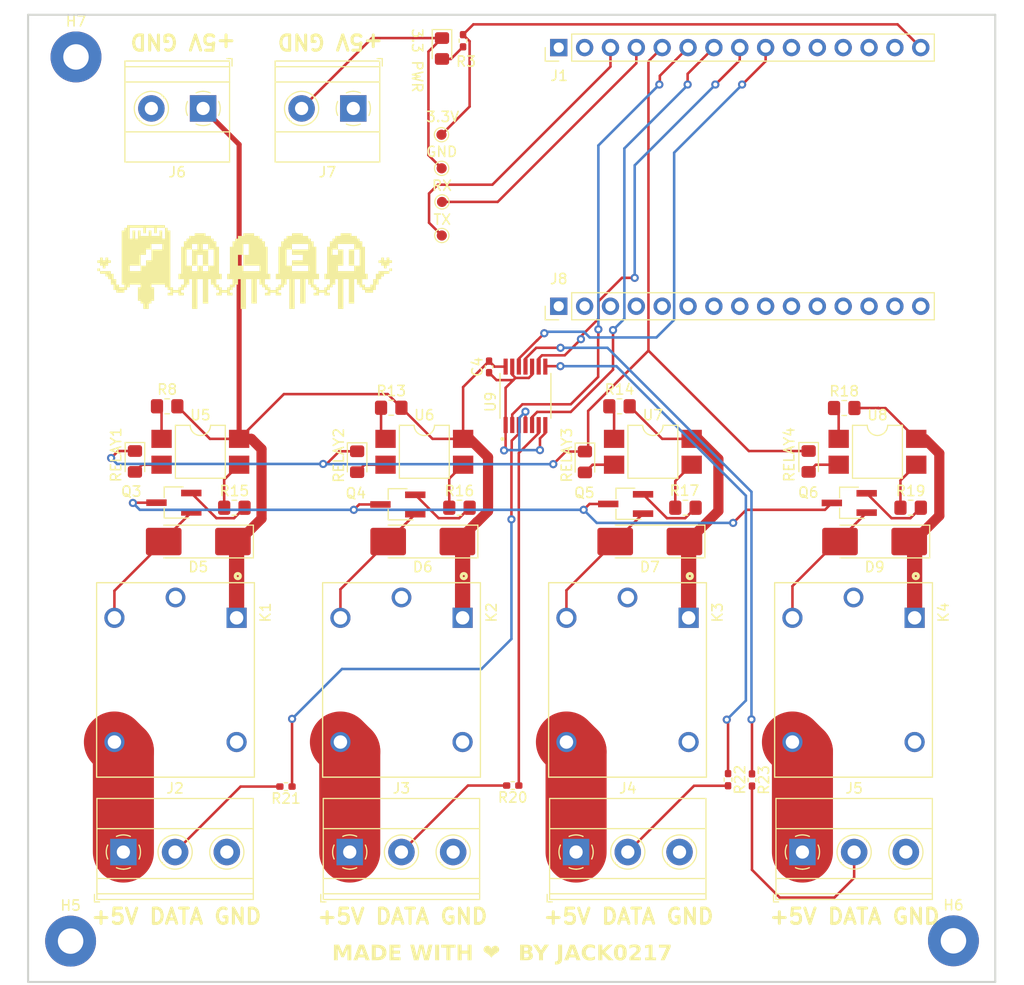
<source format=kicad_pcb>
(kicad_pcb (version 20240108) (generator "pcbnew") (generator_version "8.0")
  (layers (0 "F.Cu" signal) (1 "In1.Cu" power "GND") (2 "In2.Cu" power "PWR") (31 "B.Cu" signal) (34 "B.Paste" user) (35 "F.Paste" user) (36 "B.SilkS" user "B.Silkscreen") (37 "F.SilkS" user "F.Silkscreen") (38 "B.Mask" user) (39 "F.Mask" user) (44 "Edge.Cuts" user))
  (net 0 "")
  (net 1 "GND")
  (net 2 "+5V")
  (net 3 "Net-(U9-GND)")
  (net 5 "+3.3V")
  (net 6 "Net-(3.3V-PWR1-A)")
  (net 8 "Net-(RELAY1-A)")
  (net 9 "Net-(RELAY2-A)")
  (net 10 "Net-(RELAY3-A)")
  (net 11 "Net-(D5-A)")
  (net 12 "Net-(D6-A)")
  (net 13 "Net-(D7-A)")
  (net 14 "Net-(RELAY4-A)")
  (net 15 "Net-(D9-A)")
  (net 16 "/STRIP1_5V")
  (net 17 "/BDATA_STRIP1")
  (net 18 "/STRIP2_5V")
  (net 19 "/BDATA_STRIP2")
  (net 20 "/STRIP3_5V")
  (net 21 "/BDATA_STRIP3")
  (net 22 "/STRIP4_5V")
  (net 23 "/BDATA_STRIP4")
  (net 24 "Net-(Q3-B)")
  (net 25 "Net-(Q4-B)")
  (net 26 "Net-(Q5-B)")
  (net 27 "Net-(Q6-B)")
  (net 28 "Net-(R8-Pad1)")
  (net 29 "Net-(R13-Pad1)")
  (net 30 "Net-(R14-Pad1)")
  (net 31 "Net-(R15-Pad1)")
  (net 32 "Net-(R16-Pad1)")
  (net 33 "Net-(R17-Pad1)")
  (net 34 "Net-(R18-Pad1)")
  (net 35 "Net-(R19-Pad1)")
  (net 36 "Net-(U9-2Y)")
  (net 37 "Net-(U9-1Y)")
  (net 38 "Net-(U9-3Y)")
  (net 39 "Net-(U9-4Y)")
  (net 40 "/STRIP1")
  (net 41 "/STRIP2")
  (net 42 "/STRIP3")
  (net 43 "/STRIP4")
  (net 48 "Net-(J1-Pin_3)")
  (net 49 "Net-(J1-Pin_4)")
  (net 50 "/RELAYS")
  (footprint "LED_SMD:LED_0805_2012Metric_Pad1.15x1.40mm_HandSolder" (layer "F.Cu") (at 69.89 34.4125 -90)
    (property "Reference" "3.3V-PWR1" (hide yes))
    (property "Value" "RED_LED")
  )
  (footprint "Package_TO_SOT_SMD:TSOT-23_HandSoldering" (layer "F.Cu") (at 87.93 79.15 180)
    (property "Reference" "Q5")
    (property "Value" "BC547A")
  )
  (footprint "MountingHole:MountingHole_2.5mm_Pad" (layer "F.Cu") (at 33.41 122.09)
    (property "Reference" "H5")
    (property "Value" "MountingHole_Pad")
  )
  (footprint "Package_TO_SOT_SMD:TSOT-23_HandSoldering" (layer "F.Cu") (at 43.555 79.025 180)
    (property "Reference" "Q3")
    (property "Value" "BC547A")
  )
  (footprint "Resistor_SMD:R_0805_2012Metric_Pad1.20x1.40mm_HandSolder" (layer "F.Cu") (at 64.905 69.7)
    (property "Reference" "R13")
    (property "Value" "1K")
  )
  (footprint "lib:wled-logo" (layer "F.Cu") (at 50.515 55.885)
    (property "Reference" "G***" (hide yes))
    (property "Value" "LOGO" (hide yes))
  )
  (footprint "Package_TO_SOT_SMD:TSOT-23_HandSoldering" (layer "F.Cu") (at 65.555 79.2 180)
    (property "Reference" "Q4")
    (property "Value" "BC547A")
  )
  (footprint "TerminalBlock_Phoenix:TerminalBlock_Phoenix_MKDS-1,5-2-5.08_1x02_P5.08mm_Horizontal" (layer "F.Cu") (at 46.425 40.3 180)
    (property "Reference" "J6")
    (property "Value" "Screw_Terminal_01x02")
  )
  (footprint "Resistor_SMD:R_0402_1005Metric_Pad0.72x0.64mm_HandSolder" (layer "F.Cu") (at 71.96 33.65 -90)
    (property "Reference" "R3")
    (property "Value" "1K")
  )
  (footprint "Diode_SMD:D_MELF_Handsoldering" (layer "F.Cu") (at 68.005 82.84 180)
    (property "Reference" "D6")
    (property "Value" "1N4007")
  )
  (footprint "Resistor_SMD:R_0402_1005Metric_Pad0.72x0.64mm_HandSolder" (layer "F.Cu") (at 97.99 106.2325 -90)
    (property "Reference" "R22")
    (property "Value" "100R")
  )
  (footprint "lib:RELAY_SRD-05VDC-SL-C" (layer "F.Cu") (at 88.115 96.435 -90)
    (property "Reference" "K3")
    (property "Value" "SRD-05VDC-SL-C")
  )
  (footprint "Diode_SMD:D_MELF_Handsoldering" (layer "F.Cu") (at 45.955 82.84 180)
    (property "Reference" "D5")
    (property "Value" "1N4007")
  )
  (footprint "Resistor_SMD:R_0402_1005Metric_Pad0.72x0.64mm_HandSolder" (layer "F.Cu") (at 54.565 106.91 180)
    (property "Reference" "R21")
    (property "Value" "100R")
  )
  (footprint "Package_DIP:SMDIP-4_W7.62mm" (layer "F.Cu") (at 68.155 74.025)
    (property "Reference" "U6")
    (property "Value" "PC817")
  )
  (footprint "TerminalBlock_Phoenix:TerminalBlock_Phoenix_MKDS-1,5-3-5.08_1x03_P5.08mm_Horizontal" (layer "F.Cu") (at 60.828333 113.34)
    (property "Reference" "J3")
    (property "Value" "Screw_Terminal_01x03")
  )
  (footprint "Resistor_SMD:R_0805_2012Metric_Pad1.20x1.40mm_HandSolder" (layer "F.Cu") (at 71.605 79.52)
    (property "Reference" "R16")
    (property "Value" "1K")
  )
  (footprint "LED_SMD:LED_0805_2012Metric_Pad1.15x1.40mm_HandSolder" (layer "F.Cu") (at 105.905 74.975 -90)
    (property "Reference" "RELAY4")
    (property "Value" "RED_LED")
  )
  (footprint "TestPoint:TestPoint_Pad_D1.0mm" (layer "F.Cu") (at 69.856666 46.18)
    (property "Reference" "GND1" (hide yes))
    (property "Value" "TestPoint")
  )
  (footprint "Connector_PinHeader_2.54mm:PinHeader_1x15_P2.54mm_Vertical" (layer "F.Cu") (at 81.36 34.32 90)
    (property "Reference" "J1")
    (property "Value" "Conn_01x15")
  )
  (footprint "Package_TO_SOT_SMD:TSOT-23_HandSoldering" (layer "F.Cu") (at 109.895 79.05 180)
    (property "Reference" "Q6")
    (property "Value" "BC547A")
  )
  (footprint "Connector_PinHeader_2.54mm:PinHeader_1x15_P2.54mm_Vertical" (layer "F.Cu") (at 81.36 59.73 90)
    (property "Reference" "J8")
    (property "Value" "Conn_01x15")
  )
  (footprint "Resistor_SMD:R_0805_2012Metric_Pad1.20x1.40mm_HandSolder" (layer "F.Cu") (at 93.805 79.52)
    (property "Reference" "R17")
    (property "Value" "1K")
  )
  (footprint "lib:RELAY_SRD-05VDC-SL-C" (layer "F.Cu") (at 110.315 96.435 -90)
    (property "Reference" "K4")
    (property "Value" "SRD-05VDC-SL-C")
  )
  (footprint "lib:RELAY_SRD-05VDC-SL-C" (layer "F.Cu") (at 43.715 96.435 -90)
    (property "Reference" "K1")
    (property "Value" "SRD-05VDC-SL-C")
  )
  (footprint "Package_DIP:SMDIP-4_W7.62mm" (layer "F.Cu") (at 46.155 74.025)
    (property "Reference" "U5")
    (property "Value" "PC817")
  )
  (footprint "lib:SOP65P640X120-14N" (layer "F.Cu") (at 78.09 68.53 90)
    (property "Reference" "U9")
    (property "Value" "SN74AHCT125PWR")
  )
  (footprint "TerminalBlock_Phoenix:TerminalBlock_Phoenix_MKDS-1,5-3-5.08_1x03_P5.08mm_Horizontal" (layer "F.Cu") (at 83.061666 113.34)
    (property "Reference" "J4")
    (property "Value" "Screw_Terminal_01x03")
  )
  (footprint "TerminalBlock_Phoenix:TerminalBlock_Phoenix_MKDS-1,5-2-5.08_1x02_P5.08mm_Horizontal" (layer "F.Cu") (at 61.18 40.3 180)
    (property "Reference" "J7")
    (property "Value" "Screw_Terminal_01x02")
  )
  (footprint "TerminalBlock_Phoenix:TerminalBlock_Phoenix_MKDS-1,5-3-5.08_1x03_P5.08mm_Horizontal" (layer "F.Cu") (at 105.295 113.34)
    (property "Reference" "J5")
    (property "Value" "Screw_Terminal_01x03")
  )
  (footprint "Diode_SMD:D_MELF_Handsoldering" (layer "F.Cu") (at 90.305 82.84 180)
    (property "Reference" "D7")
    (property "Value" "1N4007")
  )
  (footprint "LED_SMD:LED_0805_2012Metric_Pad1.15x1.40mm_HandSolder" (layer "F.Cu") (at 61.555 75 -90)
    (property "Reference" "RELAY2")
    (property "Value" "RED_LED")
  )
  (footprint "Resistor_SMD:R_0805_2012Metric_Pad1.20x1.40mm_HandSolder" (layer "F.Cu") (at 42.895 69.555)
    (property "Reference" "R8")
    (property "Value" "1K")
  )
  (footprint "Resistor_SMD:R_0805_2012Metric_Pad1.20x1.40mm_HandSolder" (layer "F.Cu") (at 49.495 79.52)
    (property "Reference" "R15")
    (property "Value" "1K")
  )
  (footprint "lib:RELAY_SRD-05VDC-SL-C" (layer "F.Cu") (at 65.915 96.435 -90)
    (property "Reference" "K2")
    (property "Value" "SRD-05VDC-SL-C")
  )
  (footprint "Package_DIP:SMDIP-4_W7.62mm" (layer "F.Cu") (at 90.605 74.025)
    (property "Reference" "U7")
    (property "Value" "PC817")
  )
  (footprint "TerminalBlock_Phoenix:TerminalBlock_Phoenix_MKDS-1,5-3-5.08_1x03_P5.08mm_Horizontal" (layer "F.Cu") (at 38.595 113.34)
    (property "Reference" "J2")
    (property "Value" "Screw_Terminal_01x03")
  )
  (footprint "Resistor_SMD:R_0402_1005Metric_Pad0.72x0.64mm_HandSolder" (layer "F.Cu") (at 76.84 106.81 180)
    (property "Reference" "R20")
    (property "Value" "100R")
  )
  (footprint "Package_DIP:SMDIP-4_W7.62mm" (layer "F.Cu") (at 112.665 74.025)
    (property "Reference" "U8")
    (property "Value" "PC817")
  )
  (footprint "LED_SMD:LED_0805_2012Metric_Pad1.15x1.40mm_HandSolder" (layer "F.Cu") (at 83.93 75.025 -90)
    (property "Reference" "RELAY3")
    (property "Value" "RED_LED")
  )
  (footprint "Resistor_SMD:R_0805_2012Metric_Pad1.20x1.40mm_HandSolder" (layer "F.Cu") (at 87.325 69.555)
    (property "Reference" "R14")
    (property "Value" "1K")
  )
  (footprint "Resistor_SMD:R_0805_2012Metric_Pad1.20x1.40mm_HandSolder" (layer "F.Cu") (at 115.925 79.52)
    (property "Reference" "R19")
    (property "Value" "1K")
  )
  (footprint "Diode_SMD:D_MELF_Handsoldering" (layer "F.Cu") (at 112.385 82.84 180)
    (property "Reference" "D9")
    (property "Value" "1N4007")
  )
  (footprint "LED_SMD:LED_0805_2012Metric_Pad1.15x1.40mm_HandSolder" (layer "F.Cu") (at 39.73 74.975 -90)
    (property "Reference" "RELAY1")
    (property "Value" "RED_LED")
  )
  (footprint "Capacitor_SMD:C_0402_1005Metric_Pad0.74x0.62mm_HandSolder" (layer "F.Cu") (at 74.515 65.685 90)
    (property "Reference" "C4")
    (property "Value" "100nF")
  )
  (footprint "Resistor_SMD:R_0402_1005Metric_Pad0.72x0.64mm_HandSolder" (layer "F.Cu") (at 100.34 106.26 -90)
    (property "Reference" "R23")
    (property "Value" "100R")
  )
  (footprint "Resistor_SMD:R_0805_2012Metric_Pad1.20x1.40mm_HandSolder" (layer "F.Cu") (at 109.4 69.725)
    (property "Reference" "R18")
    (property "Value" "1K")
  )
  (footprint "MountingHole:MountingHole_2.5mm_Pad" (layer "F.Cu") (at 33.94 35.24)
    (property "Reference" "H7")
    (property "Value" "MountingHole_Pad")
  )
  (footprint "TestPoint:TestPoint_Pad_D1.0mm" (layer "F.Cu") (at 69.889998 49.48)
    (property "Reference" "RX1" (hide yes))
    (property "Value" "TestPoint")
  )
  (footprint "TestPoint:TestPoint_Pad_D1.0mm" (layer "F.Cu") (at 69.84 42.88)
    (property "Reference" "3.3V1" (hide yes))
    (property "Value" "TestPoint")
  )
  (footprint "MountingHole:MountingHole_2.5mm_Pad" (layer "F.Cu") (at 120.13 122.06)
    (property "Reference" "H6")
    (property "Value" "MountingHole_Pad")
  )
  (footprint "TestPoint:TestPoint_Pad_D1.0mm" (layer "F.Cu") (at 69.873332 52.78)
    (property "Reference" "TX1" (hide yes))
    (property "Value" "TestPoint")
  )
  (gr_line (start 29.235 31.1) (end 124.235 31.1) (stroke (width 0.2)) (layer "Edge.Cuts"))
  (gr_line (start 29.235 31.1) (end 29.235 126.1) (stroke (width 0.2)) (layer "Edge.Cuts"))
  (gr_line (start 124.235 126.1) (end 29.235 126.1) (stroke (width 0.2)) (layer "Edge.Cuts"))
  (gr_line (start 124.235 31.1) (end 124.235 126.1) (stroke (width 0.2)) (layer "Edge.Cuts"))
  (gr_text "❤️" (at 73.8615 124.15 0) (layer "F.SilkS") (effects (font (size 1.5 1.5) (thickness 0.3) (bold yes)) (justify left bottom)))
  (gr_text "+5V DATA GND" (at 35.275 120.545 0) (layer "F.SilkS") (effects (font (size 1.5 1.5) (thickness 0.3) (bold yes)) (justify left bottom)))
  (gr_text "3.3 PWR" (at 66.87 32.35 270) (layer "F.SilkS") (effects (font (size 1 1)) (justify left bottom)))
  (gr_text "+5V GND" (at 64.265 32.88 180) (layer "F.SilkS") (effects (font (size 1.5 1.5) (thickness 0.3) (bold yes)) (justify left bottom)))
  (gr_text "RX" (at 68.81 48.47 0) (layer "F.SilkS") (effects (font (size 1 1)) (justify left bottom)))
  (gr_text "+5V GND" (at 49.805 32.88 180) (layer "F.SilkS") (effects (font (size 1.5 1.5) (thickness 0.3) (bold yes)) (justify left bottom)))
  (gr_text "GND" (at 68.24 45.14 0) (layer "F.SilkS") (effects (font (size 1 1)) (justify left bottom)))
  (gr_text "+5V DATA GND" (at 79.695 120.545 0) (layer "F.SilkS") (effects (font (size 1.5 1.5) (thickness 0.3) (bold yes)) (justify left bottom)))
  (gr_text "+5V DATA GND" (at 101.905 120.545 0) (layer "F.SilkS") (effects (font (size 1.5 1.5) (thickness 0.3) (bold yes)) (justify left bottom)))
  (gr_text "TX" (at 68.96 51.8 0) (layer "F.SilkS") (effects (font (size 1 1)) (justify left bottom)))
  (gr_text "MADE WITH      BY JACK0217" (at 59.0865 124.225 0) (layer "F.SilkS") (effects (font (size 1.5 1.5) (thickness 0.3) (bold yes)) (justify left bottom)))
  (gr_text "+5V DATA GND" (at 57.485 120.545 0) (layer "F.SilkS") (effects (font (size 1.5 1.5) (thickness 0.3) (bold yes)) (justify left bottom)))
  (gr_text "3.3V" (at 68.23 41.71 0) (layer "F.SilkS") (effects (font (size 1 1)) (justify left bottom)))
  (segment (start 61.755 79.2) (end 63.845 79.2) (width 0.25) (layer "F.Cu") (net 1))
  (segment (start 41.845 79.025) (end 39.555 79.025) (width 0.25) (layer "F.Cu") (net 1))
  (segment (start 107.51 79.725) (end 108.185 79.05) (width 0.25) (layer "F.Cu") (net 1))
  (segment (start 61.23 79.725) (end 61.755 79.2) (width 0.25) (layer "F.Cu") (net 1))
  (segment (start 68.56 44.883334) (end 69.856666 46.18) (width 0.25) (layer "F.Cu") (net 1))
  (segment (start 84.38 79.15) (end 86.22 79.15) (width 0.25) (layer "F.Cu") (net 1))
  (segment (start 63.0125 33.3875) (end 69.89 33.3875) (width 0.25) (layer "F.Cu") (net 1))
  (segment (start 98.49 81.01) (end 99.775 79.725) (width 0.25) (layer "F.Cu") (net 1))
  (segment (start 69.89 33.3875) (end 68.56 34.7175) (width 0.25) (layer "F.Cu") (net 1))
  (segment (start 83.805 79.725) (end 84.38 79.15) (width 0.25) (layer "F.Cu") (net 1))
  (segment (start 63.0125 33.3875) (end 56.1 40.3) (width 0.25) (layer "F.Cu") (net 1))
  (segment (start 68.56 34.7175) (end 68.56 44.883334) (width 0.25) (layer "F.Cu") (net 1))
  (segment (start 99.775 79.725) (end 107.51 79.725) (width 0.25) (layer "F.Cu") (net 1))
  (segment (start 39.555 79.025) (end 39.53 79.05) (width 0.25) (layer "F.Cu") (net 1))
  (via (at 39.53 79.05) (size 0.8) (drill 0.4) (layers "F.Cu" "B.Cu") (net 1))
  (via (at 61.23 79.725) (size 0.8) (drill 0.4) (layers "F.Cu" "B.Cu") (net 1))
  (via (at 98.49 81.01) (size 0.8) (drill 0.4) (layers "F.Cu" "B.Cu") (net 1))
  (via (at 83.805 79.725) (size 0.8) (drill 0.4) (layers "F.Cu" "B.Cu") (net 1))
  (segment (start 98.49 81.01) (end 85.09 81.01) (width 0.25) (layer "B.Cu") (net 1))
  (segment (start 40.205 79.725) (end 61.23 79.725) (width 0.25) (layer "B.Cu") (net 1))
  (segment (start 61.23 79.725) (end 83.805 79.725) (width 0.25) (layer "B.Cu") (net 1))
  (segment (start 39.53 79.05) (end 40.205 79.725) (width 0.25) (layer "B.Cu") (net 1))
  (segment (start 85.09 81.01) (end 83.805 79.725) (width 0.25) (layer "B.Cu") (net 1))
  (segment (start 97.04 79.835) (end 97.04 74.735) (width 1) (layer "F.Cu") (net 2))
  (segment (start 71.405 82.84) (end 73.325 80.92) (width 1) (layer "F.Cu") (net 2))
  (segment (start 113.455 69.735) (end 112.765 69.735) (width 0.25) (layer "F.Cu") (net 2))
  (segment (start 95.06 72.755) (end 94.415 72.755) (width 0.25) (layer "F.Cu") (net 2))
  (segment (start 94.115 90.335) (end 94.115 83.25) (width 1.5) (layer "F.Cu") (net 2))
  (segment (start 71.965 72.755) (end 68.96 72.755) (width 0.25) (layer "F.Cu") (net 2))
  (segment (start 71.965 67.6675) (end 74.515 65.1175) (width 0.25) (layer "F.Cu") (net 2))
  (segment (start 74.415 79.86043) (end 74.415 74.56) (width 1) (layer "F.Cu") (net 2))
  (segment (start 91.525 72.755) (end 88.325 69.555) (width 0.25) (layer "F.Cu") (net 2))
  (segment (start 49.355 82.84) (end 49.91 82.84) (width 1) (layer "F.Cu") (net 2))
  (segment (start 116.315 90.335) (end 116.315 83.37) (width 1.5) (layer "F.Cu") (net 2))
  (segment (start 75.0575 65.66) (end 74.515 65.1175) (width 0.25) (layer "F.Cu") (net 2))
  (segment (start 94.115 83.25) (end 93.705 82.84) (width 0.25) (layer "F.Cu") (net 2))
  (segment (start 68.96 72.755) (end 65.905 69.7) (width 0.25) (layer "F.Cu") (net 2))
  (segment (start 112.765 69.735) (end 112.755 69.725) (width 0.25) (layer "F.Cu") (net 2))
  (segment (start 54.36 68.36) (end 49.965 72.755) (width 0.25) (layer "F.Cu") (net 2))
  (segment (start 49.91 82.84) (end 52.165 80.585) (width 1) (layer "F.Cu") (net 2))
  (segment (start 117.31 72.755) (end 118.74 74.185) (width 1) (layer "F.Cu") (net 2))
  (segment (start 112.755 69.725) (end 110.4 69.725) (width 0.25) (layer "F.Cu") (net 2))
  (segment (start 52.165 80.585) (end 52.165 73.76) (width 1) (layer "F.Cu") (net 2))
  (segment (start 74.415 74.56) (end 72.61 72.755) (width 1) (layer "F.Cu") (net 2))
  (segment (start 49.715 90.335) (end 49.715 83.2) (width 1.5) (layer "F.Cu") (net 2))
  (segment (start 116.475 72.755) (end 117.31 72.755) (width 0.25) (layer "F.Cu") (net 2))
  (segment (start 64.565 68.36) (end 54.36 68.36) (width 0.25) (layer "F.Cu") (net 2))
  (segment (start 49.965 72.755) (end 47.095 72.755) (width 0.25) (layer "F.Cu") (net 2))
  (segment (start 71.965 72.755) (end 71.965 67.6675) (width 0.25) (layer "F.Cu") (net 2))
  (segment (start 116.21 82.84) (end 115.785 82.84) (width 0.25) (layer "F.Cu") (net 2))
  (segment (start 116.315 83.37) (end 115.785 82.84) (width 0.25) (layer "F.Cu") (net 2))
  (segment (start 52.165 73.76) (end 51.16 72.755) (width 1) (layer "F.Cu") (net 2))
  (segment (start 94.415 72.755) (end 91.525 72.755) (width 0.25) (layer "F.Cu") (net 2))
  (segment (start 97.04 74.735) (end 95.06 72.755) (width 1) (layer "F.Cu") (net 2))
  (segment (start 73.35543 80.92) (end 74.415 79.86043) (width 1) (layer "F.Cu") (net 2))
  (segment (start 71.915 83.35) (end 71.405 82.84) (width 0.25) (layer "F.Cu") (net 2))
  (segment (start 76.14 65.66) (end 75.0575 65.66) (width 0.25) (layer "F.Cu") (net 2))
  (segment (start 116.475 72.755) (end 113.455 69.735) (width 0.25) (layer "F.Cu") (net 2))
  (segment (start 49.965 72.755) (end 49.965 43.84) (width 0.5) (layer "F.Cu") (net 2))
  (segment (start 73.325 80.92) (end 73.35543 80.92) (width 1) (layer "F.Cu") (net 2))
  (segment (start 47.095 72.755) (end 43.895 69.555) (width 0.25) (layer "F.Cu") (net 2))
  (segment (start 118.74 74.185) (end 118.74 80.31) (width 1) (layer "F.Cu") (net 2))
  (segment (start 49.715 83.2) (end 49.355 82.84) (width 0.25) (layer "F.Cu") (net 2))
  (segment (start 51.16 72.755) (end 49.965 72.755) (width 1) (layer "F.Cu") (net 2))
  (segment (start 118.74 80.31) (end 116.21 82.84) (width 1) (layer "F.Cu") (net 2))
  (segment (start 94.035 82.84) (end 97.04 79.835) (width 1) (layer "F.Cu") (net 2))
  (segment (start 49.965 43.84) (end 46.425 40.3) (width 0.5) (layer "F.Cu") (net 2))
  (segment (start 72.61 72.755) (end 71.965 72.755) (width 1) (layer "F.Cu") (net 2))
  (segment (start 93.705 82.84) (end 94.035 82.84) (width 0.25) (layer "F.Cu") (net 2))
  (segment (start 65.905 69.7) (end 64.565 68.36) (width 0.25) (layer "F.Cu") (net 2))
  (segment (start 71.915 90.335) (end 71.915 83.35) (width 1.5) (layer "F.Cu") (net 2))
  (segment (start 76.79 66.44818) (end 77.11182 66.77) (width 0.25) (layer "F.Cu") (net 3))
  (segment (start 79.515 72.71318) (end 79.515 73.86) (width 0.25) (layer "F.Cu") (net 3))
  (segment (start 75.2475 66.985) (end 74.515 66.2525) (width 0.25) (layer "F.Cu") (net 3))
  (segment (start 78.09 71.4) (end 78.09 70.085) (width 0.25) (layer "F.Cu") (net 3))
  (segment (start 76.79 65.66) (end 76.79 66.44818) (width 0.25) (layer "F.Cu") (net 3))
  (segment (start 80.04 71.4) (end 80.04 72.18818) (width 0.25) (layer "F.Cu") (net 3))
  (segment (start 76.14 67.74182) (end 76.89682 66.985) (width 0.25) (layer "F.Cu") (net 3))
  (segment (start 77.11182 66.77) (end 78.41818 66.77) (width 0.25) (layer "F.Cu") (net 3))
  (segment (start 78.74 66.44818) (end 78.74 65.66) (width 0.25) (layer "F.Cu") (net 3))
  (segment (start 77.11182 66.77) (end 76.89682 66.985) (width 0.25) (layer "F.Cu") (net 3))
  (segment (start 80.04 72.18818) (end 79.515 72.71318) (width 0.25) (layer "F.Cu") (net 3))
  (segment (start 78.41818 66.77) (end 78.74 66.44818) (width 0.25) (layer "F.Cu") (net 3))
  (segment (start 76.14 71.4) (end 76.14 67.74182) (width 0.25) (layer "F.Cu") (net 3))
  (segment (start 76.14 73.73711) (end 76.14 71.4) (width 0.25) (layer "F.Cu") (net 3))
  (segment (start 76.89682 66.985) (end 75.2475 66.985) (width 0.25) (layer "F.Cu") (net 3))
  (segment (start 76.14 70.61182) (end 76.14 71.4) (width 0.25) (layer "F.Cu") (net 3))
  (segment (start 75.9875 73.88961) (end 76.14 73.73711) (width 0.25) (layer "F.Cu") (net 3))
  (via (at 78.09 70.085) (size 0.8) (drill 0.4) (layers "F.Cu" "B.Cu") (net 3))
  (via (at 75.9875 73.88961) (size 0.8) (drill 0.4) (layers "F.Cu" "B.Cu") (net 3))
  (via (at 79.515 73.86) (size 0.8) (drill 0.4) (layers "F.Cu" "B.Cu") (net 3))
  (segment (start 77.49 70.685) (end 77.49 73.86) (width 0.25) (layer "B.Cu") (net 3))
  (segment (start 76.01711 73.86) (end 75.9875 73.88961) (width 0.25) (layer "B.Cu") (net 3))
  (segment (start 79.515 73.86) (end 77.49 73.86) (width 0.25) (layer "B.Cu") (net 3))
  (segment (start 77.49 73.86) (end 76.01711 73.86) (width 0.25) (layer "B.Cu") (net 3))
  (segment (start 78.09 70.085) (end 77.49 70.685) (width 0.25) (layer "B.Cu") (net 3))
  (segment (start 71.96 33.0525) (end 72.605 33.6975) (width 0.25) (layer "F.Cu") (net 5))
  (segment (start 72.9725 32.04) (end 71.96 33.0525) (width 0.25) (layer "F.Cu") (net 5))
  (segment (start 116.92 34.32) (end 114.64 32.04) (width 0.25) (layer "F.Cu") (net 5))
  (segment (start 114.64 32.04) (end 72.9725 32.04) (width 0.25) (layer "F.Cu") (net 5))
  (segment (start 72.605 33.6975) (end 72.605 40.115) (width 0.25) (layer "F.Cu") (net 5))
  (segment (start 72.605 40.115) (end 69.84 42.88) (width 0.25) (layer "F.Cu") (net 5))
  (segment (start 70.77 35.4375) (end 71.96 34.2475) (width 0.25) (layer "F.Cu") (net 6))
  (segment (start 69.89 35.4375) (end 70.77 35.4375) (width 0.25) (layer "F.Cu") (net 6))
  (segment (start 40.435 75.295) (end 39.73 76) (width 0.25) (layer "F.Cu") (net 8))
  (segment (start 42.345 75.295) (end 40.435 75.295) (width 0.25) (layer "F.Cu") (net 8))
  (segment (start 64.345 75.295) (end 62.285 75.295) (width 0.25) (layer "F.Cu") (net 9))
  (segment (start 62.285 75.295) (end 61.555 76.025) (width 0.25) (layer "F.Cu") (net 9))
  (segment (start 86.795 75.295) (end 84.685 75.295) (width 0.25) (layer "F.Cu") (net 10))
  (segment (start 84.685 75.295) (end 83.93 76.05) (width 0.25) (layer "F.Cu") (net 10))
  (segment (start 37.715 87.68) (end 42.555 82.84) (width 0.25) (layer "F.Cu") (net 11))
  (segment (start 37.715 90.335) (end 37.715 87.68) (width 0.25) (layer "F.Cu") (net 11))
  (segment (start 42.555 82.84) (end 42.555 82.685) (width 0.25) (layer "F.Cu") (net 11))
  (segment (start 42.555 82.685) (end 45.265 79.975) (width 0.25) (layer "F.Cu") (net 11))
  (segment (start 64.605 82.81) (end 67.265 80.15) (width 0.25) (layer "F.Cu") (net 12))
  (segment (start 64.605 82.84) (end 64.605 82.81) (width 0.25) (layer "F.Cu") (net 12))
  (segment (start 59.915 90.335) (end 59.915 87.53) (width 0.25) (layer "F.Cu") (net 12))
  (segment (start 59.915 87.53) (end 64.605 82.84) (width 0.25) (layer "F.Cu") (net 12))
  (segment (start 82.115 90.335) (end 82.115 87.63) (width 0.25) (layer "F.Cu") (net 13))
  (segment (start 82.115 87.63) (end 86.905 82.84) (width 0.25) (layer "F.Cu") (net 13))
  (segment (start 86.905 82.84) (end 86.905 82.835) (width 0.25) (layer "F.Cu") (net 13))
  (segment (start 86.905 82.835) (end 89.64 80.1) (width 0.25) (layer "F.Cu") (net 13))
  (segment (start 106.61 75.295) (end 105.905 76) (width 0.25) (layer "F.Cu") (net 14))
  (segment (start 108.855 75.295) (end 106.61 75.295) (width 0.25) (layer "F.Cu") (net 14))
  (segment (start 104.315 87.215) (end 108.69 82.84) (width 0.25) (layer "F.Cu") (net 15))
  (segment (start 108.69 82.84) (end 108.985 82.84) (width 0.25) (layer "F.Cu") (net 15))
  (segment (start 104.315 90.335) (end 104.315 87.215) (width 0.25) (layer "F.Cu") (net 15))
  (segment (start 108.985 82.62) (end 111.605 80) (width 0.25) (layer "F.Cu") (net 15))
  (segment (start 108.985 82.84) (end 108.985 82.62) (width 0.25) (layer "F.Cu") (net 15))
  (segment (start 38.595 103.415) (end 37.715 102.535) (width 6) (layer "F.Cu") (net 16))
  (segment (start 38.595 113.34) (end 38.595 103.415) (width 6) (layer "F.Cu") (net 16))
  (segment (start 50.105 106.91) (end 53.9675 106.91) (width 0.25) (layer "F.Cu") (net 17))
  (segment (start 43.675 113.34) (end 50.105 106.91) (width 0.25) (layer "F.Cu") (net 17))
  (segment (start 60.828333 113.34) (end 60.828333 103.448333) (width 6) (layer "F.Cu") (net 18))
  (segment (start 60.828333 103.448333) (end 59.915 102.535) (width 6) (layer "F.Cu") (net 18))
  (segment (start 72.438333 106.81) (end 65.908333 113.34) (width 0.25) (layer "F.Cu") (net 19))
  (segment (start 76.2425 106.81) (end 72.438333 106.81) (width 0.25) (layer "F.Cu") (net 19))
  (segment (start 83.061666 103.481666) (end 82.115 102.535) (width 6) (layer "F.Cu") (net 20))
  (segment (start 83.061666 113.34) (end 83.061666 103.481666) (width 6) (layer "F.Cu") (net 20))
  (segment (start 88.141666 113.34) (end 94.651666 106.83) (width 0.25) (layer "F.Cu") (net 21))
  (segment (start 94.651666 106.83) (end 97.99 106.83) (width 0.25) (layer "F.Cu") (net 21))
  (segment (start 105.295 103.515) (end 104.315 102.535) (width 6) (layer "F.Cu") (net 22))
  (segment (start 105.295 113.34) (end 105.295 103.515) (width 6) (layer "F.Cu") (net 22))
  (segment (start 110.375 115.875) (end 108.44 117.81) (width 0.25) (layer "F.Cu") (net 23))
  (segment (start 108.44 117.81) (end 103.065 117.81) (width 0.25) (layer "F.Cu") (net 23))
  (segment (start 110.375 113.34) (end 110.375 115.875) (width 0.25) (layer "F.Cu") (net 23))
  (segment (start 103.065 117.81) (end 100.34 115.085) (width 0.25) (layer "F.Cu") (net 23))
  (segment (start 100.34 115.085) (end 100.34 106.8575) (width 0.25) (layer "F.Cu") (net 23))
  (segment (start 50.495 79.52) (end 49.47 80.545) (width 0.25) (layer "F.Cu") (net 24))
  (segment (start 49.47 80.545) (end 47.735 80.545) (width 0.25) (layer "F.Cu") (net 24))
  (segment (start 47.735 80.545) (end 45.265 78.075) (width 0.25) (layer "F.Cu") (net 24))
  (segment (start 71.58 80.545) (end 69.56 80.545) (width 0.25) (layer "F.Cu") (net 25))
  (segment (start 72.605 79.52) (end 71.58 80.545) (width 0.25) (layer "F.Cu") (net 25))
  (segment (start 69.56 80.545) (end 67.265 78.25) (width 0.25) (layer "F.Cu") (net 25))
  (segment (start 91.985 80.545) (end 93.78 80.545) (width 0.25) (layer "F.Cu") (net 26))
  (segment (start 93.78 80.545) (end 94.805 79.52) (width 0.25) (layer "F.Cu") (net 26))
  (segment (start 89.64 78.2) (end 91.985 80.545) (width 0.25) (layer "F.Cu") (net 26))
  (segment (start 115.9 80.545) (end 114.05 80.545) (width 0.25) (layer "F.Cu") (net 27))
  (segment (start 116.925 79.52) (end 115.9 80.545) (width 0.25) (layer "F.Cu") (net 27))
  (segment (start 114.05 80.545) (end 111.605 78.1) (width 0.25) (layer "F.Cu") (net 27))
  (segment (start 42.345 72.755) (end 42.345 70.005) (width 0.25) (layer "F.Cu") (net 28))
  (segment (start 42.345 70.005) (end 41.895 69.555) (width 0.25) (layer "F.Cu") (net 28))
  (segment (start 63.905 72.315) (end 64.345 72.755) (width 0.25) (layer "F.Cu") (net 29))
  (segment (start 63.905 69.7) (end 63.905 72.315) (width 0.25) (layer "F.Cu") (net 29))
  (segment (start 86.795 72.755) (end 86.795 70.025) (width 0.25) (layer "F.Cu") (net 30))
  (segment (start 86.795 70.025) (end 86.325 69.555) (width 0.25) (layer "F.Cu") (net 30))
  (segment (start 48.495 76.765) (end 49.965 75.295) (width 0.25) (layer "F.Cu") (net 31))
  (segment (start 48.495 79.52) (end 48.495 76.765) (width 0.25) (layer "F.Cu") (net 31))
  (segment (start 70.605 76.655) (end 71.965 75.295) (width 0.25) (layer "F.Cu") (net 32))
  (segment (start 70.605 79.52) (end 70.605 76.655) (width 0.25) (layer "F.Cu") (net 32))
  (segment (start 92.805 76.905) (end 94.415 75.295) (width 0.25) (layer "F.Cu") (net 33))
  (segment (start 92.805 79.52) (end 92.805 76.905) (width 0.25) (layer "F.Cu") (net 33))
  (segment (start 108.405 72.305) (end 108.855 72.755) (width 0.25) (layer "F.Cu") (net 34))
  (segment (start 108.855 72.755) (end 108.855 70.18) (width 0.25) (layer "F.Cu") (net 34))
  (segment (start 108.855 70.18) (end 108.4 69.725) (width 0.25) (layer "F.Cu") (net 34))
  (segment (start 114.925 76.845) (end 116.475 75.295) (width 0.25) (layer "F.Cu") (net 35))
  (segment (start 114.925 79.52) (end 114.925 76.845) (width 0.25) (layer "F.Cu") (net 35))
  (segment (start 79.39 72.18818) (end 79.39 71.4) (width 0.25) (layer "F.Cu") (net 36))
  (segment (start 77.4375 106.81) (end 77.4375 74.14068) (width 0.25) (layer "F.Cu") (net 36))
  (segment (start 77.4375 74.14068) (end 79.39 72.18818) (width 0.25) (layer "F.Cu") (net 36))
  (segment (start 76.74 72.935) (end 76.74 73.735) (width 0.25) (layer "F.Cu") (net 37))
  (segment (start 76.7125 73.7625) (end 76.7125 80.66) (width 0.25) (layer "F.Cu") (net 37))
  (segment (start 55.1625 100.2625) (end 55.1625 106.91) (width 0.25) (layer "F.Cu") (net 37))
  (segment (start 76.74 73.735) (end 76.7125 73.7625) (width 0.25) (layer "F.Cu") (net 37))
  (segment (start 77.44 71.4) (end 77.44 72.235) (width 0.25) (layer "F.Cu") (net 37))
  (segment (start 55.165 100.26) (end 55.1625 100.2625) (width 0.25) (layer "F.Cu") (net 37))
  (segment (start 77.44 72.235) (end 76.74 72.935) (width 0.25) (layer "F.Cu") (net 37))
  (via (at 76.7125 80.66) (size 0.8) (drill 0.4) (layers "F.Cu" "B.Cu") (net 37))
  (via (at 55.165 100.26) (size 0.8) (drill 0.4) (layers "F.Cu" "B.Cu") (net 37))
  (segment (start 73.765 95.36) (end 76.7125 92.4125) (width 0.25) (layer "B.Cu") (net 37))
  (segment (start 60.065 95.36) (end 55.165 100.26) (width 0.25) (layer "B.Cu") (net 37))
  (segment (start 73.765 95.36) (end 60.065 95.36) (width 0.25) (layer "B.Cu") (net 37))
  (segment (start 76.7125 92.4125) (end 76.7125 80.66) (width 0.25) (layer "B.Cu") (net 37))
  (segment (start 81.525 65.615) (end 80.085 65.615) (width 0.25) (layer "F.Cu") (net 38))
  (segment (start 97.865 100.335) (end 97.99 100.46) (width 0.25) (layer "F.Cu") (net 38))
  (segment (start 97.99 100.46) (end 97.99 105.635) (width 0.25) (layer "F.Cu") (net 38))
  (segment (start 80.085 65.615) (end 80.04 65.66) (width 0.25) (layer "F.Cu") (net 38))
  (via (at 97.865 100.335) (size 0.8) (drill 0.4) (layers "F.Cu" "B.Cu") (net 38))
  (via (at 81.525 65.615) (size 0.8) (drill 0.4) (layers "F.Cu" "B.Cu") (net 38))
  (segment (start 99.74 98.46) (end 97.865 100.335) (width 0.25) (layer "B.Cu") (net 38))
  (segment (start 81.525 65.615) (end 87.02 65.615) (width 0.25) (layer "B.Cu") (net 38))
  (segment (start 99.74 78.335) (end 99.74 98.46) (width 0.25) (layer "B.Cu") (net 38))
  (segment (start 87.02 65.615) (end 99.74 78.335) (width 0.25) (layer "B.Cu") (net 38))
  (segment (start 100.34 100.36) (end 100.34 105.6625) (width 0.25) (layer "F.Cu") (net 39))
  (segment (start 78.09 64.87182) (end 78.09 65.66) (width 0.25) (layer "F.Cu") (net 39))
  (segment (start 100.29 100.31) (end 100.34 100.36) (width 0.25) (layer "F.Cu") (net 39))
  (segment (start 81.535 63.81) (end 79.15182 63.81) (width 0.25) (layer "F.Cu") (net 39))
  (segment (start 79.15182 63.81) (end 78.09 64.87182) (width 0.25) (layer "F.Cu") (net 39))
  (via (at 100.29 100.31) (size 0.8) (drill 0.4) (layers "F.Cu" "B.Cu") (net 39))
  (via (at 81.535 63.81) (size 0.8) (drill 0.4) (layers "F.Cu" "B.Cu") (net 39))
  (segment (start 100.29 77.96) (end 100.29 100.31) (width 0.25) (layer "B.Cu") (net 39))
  (segment (start 81.535 63.81) (end 86.14 63.81) (width 0.25) (layer "B.Cu") (net 39))
  (segment (start 86.14 63.81) (end 100.29 77.96) (width 0.25) (layer "B.Cu") (net 39))
  (segment (start 85.23 62.9) (end 85.23 62.78) (width 0.25) (layer "F.Cu") (net 40))
  (segment (start 76.79 71.4) (end 76.79 70.359695) (width 0.25) (layer "F.Cu") (net 40))
  (segment (start 76.79 70.359695) (end 77.789695 69.36) (width 0.25) (layer "F.Cu") (net 40))
  (segment (start 85.23 66.67) (end 85.23 62.9) (width 0.25) (layer "F.Cu") (net 40))
  (segment (start 85.25 62) (end 85.25 62.88) (width 0.25) (layer "F.Cu") (net 40))
  (segment (start 91.29 37.09) (end 91.29 37.95) (width 0.25) (layer "F.Cu") (net 40))
  (segment (start 94.06 34.32) (end 91.29 37.09) (width 0.25) (layer "F.Cu") (net 40))
  (segment (start 77.789695 69.36) (end 82.54 69.36) (width 0.25) (layer "F.Cu") (net 40))
  (segment (start 82.54 69.36) (end 85.23 66.67) (width 0.25) (layer "F.Cu") (net 40))
  (segment (start 85.25 62.88) (end 85.23 62.9) (width 0.25) (layer "F.Cu") (net 40))
  (segment (start 91.29 37.95) (end 91.24 37.95) (width 0.25) (layer "F.Cu") (net 40))
  (via (at 85.25 62) (size 0.8) (drill 0.4) (layers "F.Cu" "B.Cu") (net 40))
  (via (at 91.24 37.95) (size 0.8) (drill 0.4) (layers "F.Cu" "B.Cu") (net 40))
  (segment (start 85.25 43.94) (end 85.25 62) (width 0.25) (layer "B.Cu") (net 40))
  (segment (start 91.24 37.95) (end 85.25 43.94) (width 0.25) (layer "B.Cu") (net 40))
  (segment (start 78.74 71.4) (end 78.74 70.61182) (width 0.25) (layer "F.Cu") (net 41))
  (segment (start 79.24182 70.11) (end 82.54 70.11) (width 0.25) (layer "F.Cu") (net 41))
  (segment (start 94.02 38.01) (end 94.02 36.9) (width 0.25) (layer "F.Cu") (net 41))
  (segment (start 78.74 70.61182) (end 79.24182 70.11) (width 0.25) (layer "F.Cu") (net 41))
  (segment (start 86.69 65.96) (end 86.69 62.7) (width 0.25) (layer "F.Cu") (net 41))
  (segment (start 86.69 62.7) (end 86.69 62.07) (width 0.25) (layer "F.Cu") (net 41))
  (segment (start 82.54 70.11) (end 86.69 65.96) (width 0.25) (layer "F.Cu") (net 41))
  (segment (start 94.02 36.9) (end 96.6 34.32) (width 0.25) (layer "F.Cu") (net 41))
  (via (at 94.02 37.95) (size 0.8) (drill 0.4) (layers "F.Cu" "B.Cu") (net 41))
  (via (at 86.69 62.07) (size 0.8) (drill 0.4) (layers "F.Cu" "B.Cu") (net 41))
  (segment (start 87.805 60.955) (end 87.805 44.225) (width 0.25) (layer "B.Cu") (net 41))
  (segment (start 86.69 62.07) (end 87.805 60.955) (width 0.25) (layer "B.Cu") (net 41))
  (segment (start 87.805 44.225) (end 94.02 38.01) (width 0.25) (layer "B.Cu") (net 41))
  (segment (start 79.39 64.87182) (end 79.71182 64.55) (width 0.25) (layer "F.Cu") (net 42))
  (segment (start 83.54 62.684695) (end 83.54 62.96) (width 0.25) (layer "F.Cu") (net 42))
  (segment (start 88.82 56.94) (end 87.568299 56.94) (width 0.25) (layer "F.Cu") (net 42))
  (segment (start 99.14 35.56) (end 99.14 34.32) (width 0.25) (layer "F.Cu") (net 42))
  (segment (start 79.39 65.66) (end 79.39 64.87182) (width 0.25) (layer "F.Cu") (net 42))
  (segment (start 83.54 62.78) (end 83.54 62.96) (width 0.25) (layer "F.Cu") (net 42))
  (segment (start 79.71182 64.55) (end 81.95 64.55) (width 0.25) (layer "F.Cu") (net 42))
  (segment (start 87.568299 56.94) (end 85.265 59.243299) (width 0.25) (layer "F.Cu") (net 42))
  (segment (start 85.265 60.959695) (end 83.54 62.684695) (width 0.25) (layer "F.Cu") (net 42))
  (segment (start 81.95 64.55) (end 83.54 62.96) (width 0.25) (layer "F.Cu") (net 42))
  (segment (start 96.74 37.96) (end 99.14 35.56) (width 0.25) (layer "F.Cu") (net 42))
  (segment (start 85.265 59.243299) (end 85.265 60.959695) (width 0.25) (layer "F.Cu") (net 42))
  (via (at 83.54 62.96) (size 0.8) (drill 0.4) (layers "F.Cu" "B.Cu") (net 42))
  (via (at 88.82 56.94) (size 0.8) (drill 0.4) (layers "F.Cu" "B.Cu") (net 42))
  (via (at 96.74 37.95) (size 0.8) (drill 0.4) (layers "F.Cu" "B.Cu") (net 42))
  (segment (start 88.84 45.87) (end 96.76 37.95) (width 0.25) (layer "B.Cu") (net 42))
  (segment (start 88.82 56.94) (end 88.82 45.88) (width 0.25) (layer "B.Cu") (net 42))
  (segment (start 77.44 64.87182) (end 77.44 65.66) (width 0.25) (layer "F.Cu") (net 43))
  (segment (start 101.68 35.66) (end 99.37 37.97) (width 0.25) (layer "F.Cu") (net 43))
  (segment (start 79.22682 63.085) (end 77.44 64.87182) (width 0.25) (layer "F.Cu") (net 43))
  (segment (start 79.235 63.085) (end 79.94 62.38) (width 0.25) (layer "F.Cu") (net 43))
  (segment (start 79.22682 63.085) (end 79.235 63.085) (width 0.25) (layer "F.Cu") (net 43))
  (segment (start 101.68 34.32) (end 101.68 35.66) (width 0.25) (layer "F.Cu") (net 43))
  (via (at 99.37 37.95) (size 0.8) (drill 0.4) (layers "F.Cu" "B.Cu") (net 43))
  (via (at 79.94 62.38) (size 0.8) (drill 0.4) (layers "F.Cu" "B.Cu") (net 43))
  (segment (start 90.955 62.795) (end 84.400305 62.795) (width 0.25) (layer "B.Cu") (net 43))
  (segment (start 80.085 62.235) (end 79.94 62.38) (width 0.25) (layer "B.Cu") (net 43))
  (segment (start 92.695 44.645) (end 92.695 61.055) (width 0.25) (layer "B.Cu") (net 43))
  (segment (start 83.840305 62.235) (end 80.085 62.235) (width 0.25) (layer "B.Cu") (net 43))
  (segment (start 99.37 37.97) (end 92.695 44.645) (width 0.25) (layer "B.Cu") (net 43))
  (segment (start 84.400305 62.795) (end 83.840305 62.235) (width 0.25) (layer "B.Cu") (net 43))
  (segment (start 92.695 61.055) (end 90.955 62.795) (width 0.25) (layer "B.Cu") (net 43))
  (segment (start 69.48 47.79) (end 74.84 47.79) (width 0.25) (layer "F.Cu") (net 48))
  (segment (start 86.44 36.19) (end 86.44 34.32) (width 0.25) (layer "F.Cu") (net 48))
  (segment (start 68.62 51.526668) (end 68.62 48.65) (width 0.25) (layer "F.Cu") (net 48))
  (segment (start 74.84 47.79) (end 86.44 36.19) (width 0.25) (layer "F.Cu") (net 48))
  (segment (start 68.62 48.65) (end 69.48 47.79) (width 0.25) (layer "F.Cu") (net 48))
  (segment (start 69.873332 52.78) (end 68.62 51.526668) (width 0.25) (layer "F.Cu") (net 48))
  (segment (start 88.98 35.86) (end 75.36 49.48) (width 0.25) (layer "F.Cu") (net 49))
  (segment (start 88.98 35.86) (end 88.98 34.32) (width 0.25) (layer "F.Cu") (net 49))
  (segment (start 75.36 49.48) (end 69.889998 49.48) (width 0.25) (layer "F.Cu") (net 49))
  (segment (start 90.17 64.0899) (end 84.248198 70.011702) (width 0.25) (layer "F.Cu") (net 50))
  (segment (start 84.248198 70.011702) (end 84.248198 73.681802) (width 0.25) (layer "F.Cu") (net 50))
  (segment (start 100.0301 73.95) (end 90.17 64.0899) (width 0.25) (layer "F.Cu") (net 50))
  (segment (start 105.905 73.95) (end 100.0301 73.95) (width 0.25) (layer "F.Cu") (net 50))
  (segment (start 58.555 75.22) (end 59.8 73.975) (width 0.25) (layer "F.Cu") (net 50))
  (segment (start 38.075 73.95) (end 37.39 74.635) (width 0.25) (layer "F.Cu") (net 50))
  (segment (start 39.73 73.95) (end 38.075 73.95) (width 0.25) (layer "F.Cu") (net 50))
  (segment (start 58.22 75.22) (end 58.555 75.22) (width 0.25) (layer "F.Cu") (net 50))
  (segment (start 59.8 73.975) (end 61.555 73.975) (width 0.25) (layer "F.Cu") (net 50))
  (segment (start 83.93 74) (end 82.06 74) (width 0.25) (layer "F.Cu") (net 50))
  (segment (start 90.17 35.67) (end 90.17 64.0899) (width 0.25) (layer "F.Cu") (net 50))
  (segment (start 91.52 34.32) (end 90.17 35.67) (width 0.25) (layer "F.Cu") (net 50))
  (segment (start 82.06 74) (end 80.82 75.24) (width 0.25) (layer "F.Cu") (net 50))
  (via (at 37.39 74.635) (size 0.8) (drill 0.4) (layers "F.Cu" "B.Cu") (net 50))
  (via (at 80.82 75.24) (size 0.8) (drill 0.4) (layers "F.Cu" "B.Cu") (net 50))
  (via (at 58.22 75.22) (size 0.8) (drill 0.4) (layers "F.Cu" "B.Cu") (net 50))
  (segment (start 80.82 75.24) (end 58.24 75.24) (width 0.25) (layer "B.Cu") (net 50))
  (segment (start 58.22 75.22) (end 37.975 75.22) (width 0.25) (layer "B.Cu") (net 50))
  (segment (start 58.24 75.24) (end 58.22 75.22) (width 0.25) (layer "B.Cu") (net 50))
  (segment (start 37.975 75.22) (end 37.39 74.635) (width 0.25) (layer "B.Cu") (net 50))
)
</source>
